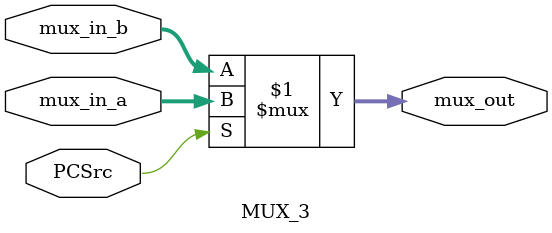
<source format=v>
`timescale 1ns / 1ps


module MUX_3(PCSrc, mux_in_a, mux_in_b, mux_out);
    input PCSrc;
    input [31:0] mux_in_a, mux_in_b;
    output [31:0] mux_out;
    
    assign mux_out = (PCSrc)? mux_in_a : mux_in_b;
    
endmodule

</source>
